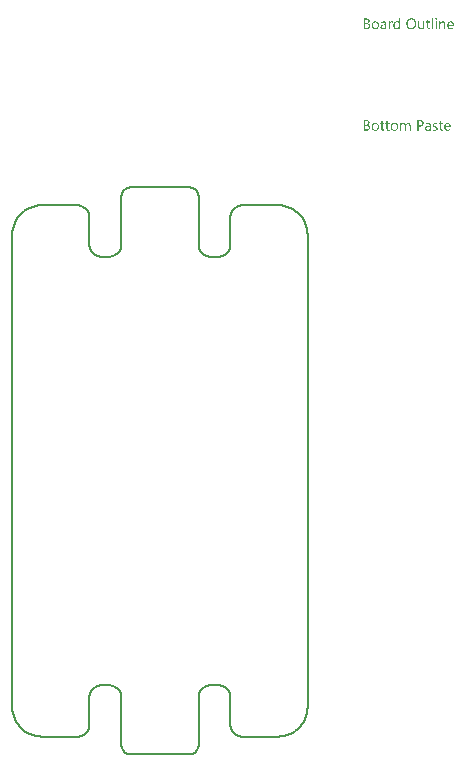
<source format=gbp>
G04*
G04 #@! TF.GenerationSoftware,Altium Limited,Altium Designer,21.9.2 (33)*
G04*
G04 Layer_Color=128*
%FSLAX44Y44*%
%MOMM*%
G71*
G04*
G04 #@! TF.SameCoordinates,2EA8CFF5-2370-4CCC-882B-FB9061A37F0A*
G04*
G04*
G04 #@! TF.FilePolarity,Positive*
G04*
G01*
G75*
%ADD12C,0.2000*%
G36*
X564991Y274449D02*
X565054Y274449D01*
X565195Y274386D01*
X565274Y274339D01*
X565353Y274276D01*
X565368Y274261D01*
X565384Y274245D01*
X565463Y274151D01*
X565526Y273993D01*
X565541Y273899D01*
X565557Y273805D01*
X565557Y273789D01*
X565557Y273757D01*
X565541Y273710D01*
X565526Y273647D01*
X565478Y273490D01*
X565416Y273412D01*
X565353Y273333D01*
X565337Y273333D01*
X565321Y273302D01*
X565227Y273239D01*
X565085Y273176D01*
X564991Y273160D01*
X564897Y273144D01*
X564850Y273144D01*
X564802Y273160D01*
X564739Y273160D01*
X564582Y273223D01*
X564504Y273254D01*
X564425Y273317D01*
X564425Y273333D01*
X564394Y273349D01*
X564362Y273396D01*
X564331Y273443D01*
X564268Y273600D01*
X564252Y273694D01*
X564236Y273805D01*
X564236Y273820D01*
X564236Y273852D01*
X564252Y273899D01*
X564268Y273978D01*
X564315Y274119D01*
X564362Y274198D01*
X564425Y274276D01*
X564441Y274292D01*
X564456Y274308D01*
X564551Y274371D01*
X564708Y274433D01*
X564802Y274465D01*
X564944Y274465D01*
X564991Y274449D01*
X564991Y274449D02*
G37*
G36*
X534536Y265141D02*
X533514Y265141D01*
X533514Y266211D01*
X533483Y266211D01*
X533483Y266195D01*
X533451Y266163D01*
X533404Y266101D01*
X533357Y266022D01*
X533279Y265928D01*
X533184Y265833D01*
X533074Y265723D01*
X532948Y265613D01*
X532807Y265487D01*
X532634Y265377D01*
X532461Y265283D01*
X532257Y265189D01*
X532052Y265110D01*
X531816Y265047D01*
X531565Y265016D01*
X531297Y265000D01*
X531188Y265000D01*
X531093Y265016D01*
X530999Y265031D01*
X530873Y265047D01*
X530606Y265110D01*
X530291Y265204D01*
X529977Y265361D01*
X529804Y265456D01*
X529662Y265566D01*
X529505Y265707D01*
X529364Y265849D01*
X529364Y265865D01*
X529332Y265896D01*
X529301Y265943D01*
X529254Y266006D01*
X529206Y266085D01*
X529143Y266195D01*
X529081Y266321D01*
X529018Y266462D01*
X528939Y266619D01*
X528876Y266792D01*
X528813Y266981D01*
X528766Y267185D01*
X528719Y267405D01*
X528688Y267657D01*
X528672Y267909D01*
X528656Y268176D01*
X528656Y268192D01*
X528656Y268239D01*
X528656Y268333D01*
X528672Y268443D01*
X528688Y268569D01*
X528703Y268726D01*
X528719Y268899D01*
X528750Y269088D01*
X528845Y269497D01*
X528986Y269921D01*
X529081Y270126D01*
X529191Y270330D01*
X529301Y270519D01*
X529442Y270707D01*
X529458Y270723D01*
X529474Y270754D01*
X529521Y270802D01*
X529584Y270865D01*
X529662Y270927D01*
X529772Y271006D01*
X529883Y271100D01*
X530008Y271195D01*
X530323Y271368D01*
X530684Y271525D01*
X530889Y271572D01*
X531109Y271619D01*
X531329Y271651D01*
X531581Y271666D01*
X531706Y271666D01*
X531801Y271651D01*
X531895Y271635D01*
X532021Y271619D01*
X532304Y271541D01*
X532618Y271415D01*
X532775Y271336D01*
X532933Y271226D01*
X533090Y271116D01*
X533231Y270975D01*
X533357Y270817D01*
X533483Y270629D01*
X533514Y270629D01*
X533514Y274591D01*
X534536Y274591D01*
X534536Y265141D01*
X534536Y265141D02*
G37*
G36*
X570777Y271651D02*
X570966Y271635D01*
X571202Y271588D01*
X571453Y271509D01*
X571720Y271383D01*
X571988Y271210D01*
X572098Y271116D01*
X572208Y270990D01*
X572239Y270959D01*
X572302Y270865D01*
X572381Y270707D01*
X572491Y270487D01*
X572585Y270220D01*
X572679Y269890D01*
X572742Y269497D01*
X572758Y269041D01*
X572758Y265141D01*
X571736Y265141D01*
X571736Y268773D01*
X571736Y268789D01*
X571736Y268868D01*
X571720Y268962D01*
X571720Y269088D01*
X571689Y269245D01*
X571657Y269418D01*
X571610Y269607D01*
X571547Y269795D01*
X571469Y269984D01*
X571374Y270157D01*
X571249Y270330D01*
X571107Y270487D01*
X570950Y270613D01*
X570746Y270707D01*
X570525Y270786D01*
X570258Y270802D01*
X570227Y270802D01*
X570132Y270786D01*
X569991Y270770D01*
X569818Y270723D01*
X569613Y270660D01*
X569393Y270550D01*
X569189Y270408D01*
X568985Y270220D01*
X568969Y270188D01*
X568906Y270126D01*
X568827Y270000D01*
X568733Y269827D01*
X568639Y269622D01*
X568560Y269371D01*
X568497Y269088D01*
X568481Y268773D01*
X568481Y265141D01*
X567459Y265141D01*
X567459Y271525D01*
X568481Y271525D01*
X568481Y270456D01*
X568513Y270456D01*
X568529Y270471D01*
X568544Y270503D01*
X568591Y270566D01*
X568654Y270644D01*
X568717Y270739D01*
X568812Y270833D01*
X568922Y270943D01*
X569048Y271069D01*
X569189Y271179D01*
X569346Y271289D01*
X569519Y271383D01*
X569708Y271478D01*
X569897Y271556D01*
X570117Y271619D01*
X570353Y271651D01*
X570604Y271666D01*
X570698Y271666D01*
X570777Y271651D01*
X570777Y271651D02*
G37*
G36*
X527603Y271619D02*
X527791Y271603D01*
X527901Y271572D01*
X527980Y271541D01*
X527980Y270487D01*
X527964Y270503D01*
X527933Y270519D01*
X527870Y270550D01*
X527791Y270597D01*
X527681Y270629D01*
X527540Y270660D01*
X527383Y270676D01*
X527210Y270692D01*
X527178Y270692D01*
X527100Y270676D01*
X526974Y270660D01*
X526832Y270613D01*
X526644Y270534D01*
X526471Y270424D01*
X526282Y270267D01*
X526109Y270063D01*
X526093Y270031D01*
X526046Y269953D01*
X525968Y269811D01*
X525889Y269622D01*
X525810Y269387D01*
X525732Y269088D01*
X525685Y268758D01*
X525669Y268380D01*
X525669Y265141D01*
X524647Y265141D01*
X524647Y271525D01*
X525669Y271525D01*
X525669Y270204D01*
X525700Y270204D01*
X525700Y270220D01*
X525716Y270236D01*
X525747Y270314D01*
X525795Y270440D01*
X525873Y270597D01*
X525952Y270754D01*
X526078Y270927D01*
X526203Y271100D01*
X526361Y271257D01*
X526376Y271273D01*
X526439Y271320D01*
X526534Y271383D01*
X526659Y271446D01*
X526801Y271509D01*
X526974Y271572D01*
X527163Y271619D01*
X527367Y271635D01*
X527508Y271635D01*
X527603Y271619D01*
X527603Y271619D02*
G37*
G36*
X554881Y265141D02*
X553859Y265141D01*
X553859Y266148D01*
X553828Y266148D01*
X553828Y266132D01*
X553797Y266101D01*
X553765Y266038D01*
X553702Y265975D01*
X553561Y265786D01*
X553341Y265582D01*
X553215Y265472D01*
X553073Y265361D01*
X552916Y265267D01*
X552727Y265173D01*
X552539Y265110D01*
X552334Y265047D01*
X552099Y265016D01*
X551863Y265000D01*
X551768Y265000D01*
X551658Y265016D01*
X551501Y265047D01*
X551328Y265079D01*
X551139Y265141D01*
X550935Y265220D01*
X550731Y265346D01*
X550510Y265487D01*
X550306Y265660D01*
X550117Y265880D01*
X549944Y266148D01*
X549787Y266446D01*
X549677Y266808D01*
X549614Y267232D01*
X549583Y267453D01*
X549583Y267704D01*
X549583Y271525D01*
X550589Y271525D01*
X550589Y267861D01*
X550589Y267846D01*
X550589Y267783D01*
X550605Y267673D01*
X550621Y267547D01*
X550636Y267390D01*
X550668Y267232D01*
X550715Y267044D01*
X550778Y266855D01*
X550872Y266667D01*
X550966Y266494D01*
X551092Y266321D01*
X551250Y266163D01*
X551422Y266038D01*
X551627Y265943D01*
X551878Y265865D01*
X552146Y265849D01*
X552177Y265849D01*
X552271Y265865D01*
X552413Y265880D01*
X552570Y265912D01*
X552775Y265991D01*
X552979Y266085D01*
X553183Y266211D01*
X553372Y266399D01*
X553388Y266431D01*
X553451Y266494D01*
X553529Y266619D01*
X553624Y266792D01*
X553702Y266997D01*
X553781Y267248D01*
X553844Y267531D01*
X553859Y267846D01*
X553859Y271525D01*
X554881Y271525D01*
X554881Y265141D01*
X554881Y265141D02*
G37*
G36*
X565384Y265141D02*
X564362Y265141D01*
X564362Y271525D01*
X565384Y271525D01*
X565384Y265141D01*
X565384Y265141D02*
G37*
G36*
X562287Y265141D02*
X561265Y265141D01*
X561265Y274591D01*
X562287Y274591D01*
X562287Y265141D01*
X562287Y265141D02*
G37*
G36*
X520685Y271651D02*
X520826Y271635D01*
X520999Y271588D01*
X521188Y271541D01*
X521392Y271462D01*
X521612Y271368D01*
X521817Y271242D01*
X522021Y271085D01*
X522210Y270896D01*
X522383Y270660D01*
X522524Y270393D01*
X522634Y270078D01*
X522697Y269717D01*
X522729Y269292D01*
X522729Y265141D01*
X521707Y265141D01*
X521707Y266132D01*
X521675Y266132D01*
X521675Y266116D01*
X521644Y266085D01*
X521612Y266022D01*
X521549Y265959D01*
X521392Y265770D01*
X521188Y265566D01*
X520905Y265361D01*
X520575Y265173D01*
X520370Y265110D01*
X520166Y265047D01*
X519946Y265016D01*
X519710Y265000D01*
X519616Y265000D01*
X519553Y265016D01*
X519380Y265031D01*
X519175Y265063D01*
X518924Y265126D01*
X518688Y265204D01*
X518436Y265330D01*
X518216Y265487D01*
X518201Y265519D01*
X518138Y265582D01*
X518043Y265692D01*
X517949Y265849D01*
X517855Y266038D01*
X517760Y266258D01*
X517697Y266525D01*
X517682Y266824D01*
X517682Y266840D01*
X517682Y266902D01*
X517697Y266997D01*
X517713Y267107D01*
X517745Y267248D01*
X517792Y267405D01*
X517855Y267578D01*
X517949Y267751D01*
X518059Y267940D01*
X518201Y268129D01*
X518373Y268302D01*
X518578Y268459D01*
X518814Y268616D01*
X519097Y268742D01*
X519411Y268836D01*
X519789Y268915D01*
X521707Y269182D01*
X521707Y269198D01*
X521707Y269245D01*
X521691Y269339D01*
X521691Y269434D01*
X521660Y269559D01*
X521644Y269701D01*
X521549Y270000D01*
X521471Y270141D01*
X521392Y270283D01*
X521282Y270424D01*
X521156Y270550D01*
X520999Y270660D01*
X520826Y270739D01*
X520622Y270786D01*
X520386Y270802D01*
X520276Y270802D01*
X520197Y270786D01*
X520087Y270786D01*
X519977Y270754D01*
X519694Y270707D01*
X519380Y270613D01*
X519034Y270471D01*
X518845Y270377D01*
X518672Y270283D01*
X518484Y270157D01*
X518311Y270015D01*
X518311Y271069D01*
X518326Y271069D01*
X518358Y271100D01*
X518405Y271132D01*
X518484Y271163D01*
X518562Y271210D01*
X518672Y271257D01*
X518798Y271305D01*
X518940Y271368D01*
X519254Y271478D01*
X519631Y271572D01*
X520040Y271635D01*
X520480Y271666D01*
X520575Y271666D01*
X520685Y271651D01*
X520685Y271651D02*
G37*
G36*
X506236Y274056D02*
X506346Y274056D01*
X506456Y274040D01*
X506707Y274009D01*
X507006Y273930D01*
X507321Y273836D01*
X507619Y273694D01*
X507887Y273506D01*
X507902Y273506D01*
X507918Y273474D01*
X507997Y273412D01*
X508107Y273286D01*
X508232Y273113D01*
X508343Y272893D01*
X508453Y272641D01*
X508531Y272358D01*
X508563Y272201D01*
X508563Y272028D01*
X508563Y272012D01*
X508563Y271996D01*
X508563Y271902D01*
X508547Y271761D01*
X508516Y271588D01*
X508468Y271368D01*
X508390Y271147D01*
X508295Y270927D01*
X508154Y270707D01*
X508138Y270676D01*
X508075Y270613D01*
X507981Y270519D01*
X507855Y270393D01*
X507698Y270267D01*
X507509Y270126D01*
X507273Y270015D01*
X507022Y269905D01*
X507022Y269890D01*
X507069Y269890D01*
X507116Y269874D01*
X507163Y269858D01*
X507336Y269827D01*
X507541Y269764D01*
X507761Y269669D01*
X507997Y269559D01*
X508232Y269402D01*
X508453Y269198D01*
X508484Y269166D01*
X508547Y269088D01*
X508625Y268978D01*
X508736Y268805D01*
X508830Y268585D01*
X508924Y268333D01*
X508987Y268034D01*
X509003Y267704D01*
X509003Y267689D01*
X509003Y267657D01*
X509003Y267594D01*
X508987Y267516D01*
X508971Y267421D01*
X508956Y267311D01*
X508893Y267044D01*
X508798Y266745D01*
X508657Y266431D01*
X508563Y266289D01*
X508453Y266132D01*
X508311Y265991D01*
X508170Y265849D01*
X508154Y265849D01*
X508138Y265818D01*
X508091Y265786D01*
X508028Y265739D01*
X507949Y265692D01*
X507839Y265629D01*
X507604Y265503D01*
X507305Y265361D01*
X506959Y265252D01*
X506550Y265173D01*
X506346Y265157D01*
X506110Y265141D01*
X503500Y265141D01*
X503500Y274072D01*
X506157Y274072D01*
X506236Y274056D01*
X506236Y274056D02*
G37*
G36*
X558293Y271525D02*
X559913Y271525D01*
X559913Y270644D01*
X558293Y270644D01*
X558293Y267044D01*
X558293Y267012D01*
X558293Y266934D01*
X558309Y266824D01*
X558325Y266682D01*
X558388Y266383D01*
X558435Y266242D01*
X558513Y266132D01*
X558529Y266116D01*
X558560Y266085D01*
X558608Y266053D01*
X558686Y266006D01*
X558781Y265943D01*
X558906Y265912D01*
X559064Y265880D01*
X559237Y265865D01*
X559300Y265865D01*
X559378Y265880D01*
X559472Y265896D01*
X559692Y265959D01*
X559803Y266006D01*
X559913Y266069D01*
X559913Y265189D01*
X559897Y265189D01*
X559850Y265157D01*
X559771Y265141D01*
X559661Y265110D01*
X559520Y265079D01*
X559362Y265047D01*
X559174Y265031D01*
X558954Y265016D01*
X558875Y265016D01*
X558796Y265031D01*
X558686Y265047D01*
X558560Y265079D01*
X558419Y265110D01*
X558278Y265173D01*
X558120Y265252D01*
X557963Y265346D01*
X557806Y265472D01*
X557664Y265613D01*
X557538Y265802D01*
X557429Y266006D01*
X557350Y266258D01*
X557287Y266541D01*
X557271Y266871D01*
X557271Y270644D01*
X556186Y270644D01*
X556186Y271525D01*
X557271Y271525D01*
X557271Y273081D01*
X558293Y273412D01*
X558293Y271525D01*
X558293Y271525D02*
G37*
G36*
X577412Y271651D02*
X577522Y271635D01*
X577632Y271619D01*
X577915Y271572D01*
X578229Y271462D01*
X578544Y271320D01*
X578701Y271226D01*
X578858Y271116D01*
X579000Y270990D01*
X579141Y270849D01*
X579157Y270833D01*
X579173Y270817D01*
X579204Y270770D01*
X579251Y270707D01*
X579299Y270613D01*
X579361Y270519D01*
X579424Y270408D01*
X579487Y270267D01*
X579550Y270110D01*
X579613Y269953D01*
X579676Y269764D01*
X579723Y269559D01*
X579770Y269339D01*
X579802Y269119D01*
X579833Y268868D01*
X579833Y268600D01*
X579833Y268066D01*
X575321Y268066D01*
X575321Y268050D01*
X575321Y268019D01*
X575321Y267971D01*
X575336Y267893D01*
X575352Y267799D01*
X575352Y267704D01*
X575399Y267453D01*
X575478Y267201D01*
X575572Y266918D01*
X575714Y266651D01*
X575887Y266415D01*
X575918Y266383D01*
X575981Y266321D01*
X576107Y266242D01*
X576280Y266132D01*
X576500Y266022D01*
X576752Y265943D01*
X577050Y265880D01*
X577396Y265849D01*
X577506Y265849D01*
X577585Y265865D01*
X577679Y265865D01*
X577789Y265880D01*
X578056Y265943D01*
X578355Y266022D01*
X578685Y266148D01*
X579031Y266321D01*
X579204Y266431D01*
X579377Y266556D01*
X579377Y265597D01*
X579361Y265597D01*
X579346Y265566D01*
X579299Y265550D01*
X579220Y265503D01*
X579141Y265456D01*
X579047Y265409D01*
X578921Y265361D01*
X578796Y265299D01*
X578638Y265236D01*
X578465Y265189D01*
X578088Y265094D01*
X577648Y265031D01*
X577160Y265000D01*
X577035Y265000D01*
X576940Y265016D01*
X576830Y265031D01*
X576689Y265047D01*
X576390Y265110D01*
X576044Y265204D01*
X575698Y265361D01*
X575525Y265472D01*
X575352Y265582D01*
X575195Y265707D01*
X575038Y265865D01*
X575022Y265880D01*
X575006Y265912D01*
X574975Y265959D01*
X574912Y266022D01*
X574865Y266116D01*
X574802Y266226D01*
X574723Y266352D01*
X574660Y266494D01*
X574582Y266651D01*
X574519Y266840D01*
X574440Y267044D01*
X574393Y267264D01*
X574346Y267500D01*
X574299Y267751D01*
X574283Y268019D01*
X574267Y268302D01*
X574267Y268317D01*
X574267Y268365D01*
X574267Y268443D01*
X574283Y268553D01*
X574299Y268679D01*
X574314Y268820D01*
X574330Y268993D01*
X574377Y269166D01*
X574472Y269544D01*
X574613Y269953D01*
X574708Y270157D01*
X574833Y270346D01*
X574959Y270550D01*
X575101Y270723D01*
X575116Y270739D01*
X575148Y270770D01*
X575195Y270817D01*
X575258Y270865D01*
X575336Y270943D01*
X575431Y271022D01*
X575557Y271100D01*
X575682Y271195D01*
X575981Y271368D01*
X576343Y271525D01*
X576547Y271572D01*
X576752Y271619D01*
X576972Y271651D01*
X577207Y271666D01*
X577333Y271666D01*
X577412Y271651D01*
X577412Y271651D02*
G37*
G36*
X544284Y274213D02*
X544442Y274198D01*
X544630Y274166D01*
X544835Y274119D01*
X545055Y274072D01*
X545275Y274009D01*
X545527Y273930D01*
X545762Y273820D01*
X546014Y273694D01*
X546265Y273553D01*
X546501Y273380D01*
X546737Y273191D01*
X546957Y272971D01*
X546973Y272956D01*
X547004Y272908D01*
X547067Y272845D01*
X547130Y272751D01*
X547225Y272625D01*
X547319Y272468D01*
X547413Y272295D01*
X547523Y272106D01*
X547633Y271871D01*
X547728Y271635D01*
X547822Y271368D01*
X547916Y271069D01*
X547979Y270770D01*
X548042Y270440D01*
X548074Y270078D01*
X548089Y269717D01*
X548089Y269685D01*
X548089Y269622D01*
X548089Y269512D01*
X548074Y269355D01*
X548058Y269166D01*
X548026Y268962D01*
X547995Y268726D01*
X547948Y268459D01*
X547885Y268192D01*
X547806Y267909D01*
X547712Y267626D01*
X547602Y267343D01*
X547460Y267044D01*
X547303Y266777D01*
X547130Y266509D01*
X546926Y266258D01*
X546910Y266242D01*
X546879Y266211D01*
X546800Y266148D01*
X546721Y266069D01*
X546596Y265959D01*
X546454Y265865D01*
X546297Y265739D01*
X546108Y265629D01*
X545904Y265519D01*
X545668Y265393D01*
X545416Y265299D01*
X545133Y265204D01*
X544835Y265110D01*
X544520Y265047D01*
X544190Y265016D01*
X543828Y265000D01*
X543750Y265000D01*
X543640Y265016D01*
X543514Y265016D01*
X543357Y265031D01*
X543168Y265063D01*
X542964Y265110D01*
X542728Y265157D01*
X542492Y265220D01*
X542240Y265299D01*
X541989Y265409D01*
X541737Y265519D01*
X541486Y265660D01*
X541234Y265833D01*
X540998Y266022D01*
X540778Y266242D01*
X540762Y266258D01*
X540731Y266305D01*
X540668Y266368D01*
X540605Y266462D01*
X540511Y266588D01*
X540417Y266745D01*
X540322Y266918D01*
X540212Y267122D01*
X540102Y267343D01*
X540008Y267578D01*
X539913Y267846D01*
X539819Y268144D01*
X539756Y268443D01*
X539693Y268773D01*
X539662Y269135D01*
X539646Y269497D01*
X539646Y269528D01*
X539646Y269591D01*
X539662Y269701D01*
X539662Y269858D01*
X539678Y270031D01*
X539709Y270251D01*
X539741Y270487D01*
X539788Y270739D01*
X539851Y271006D01*
X539929Y271289D01*
X540024Y271572D01*
X540134Y271855D01*
X540275Y272138D01*
X540432Y272421D01*
X540605Y272688D01*
X540810Y272940D01*
X540825Y272956D01*
X540857Y273003D01*
X540936Y273066D01*
X541030Y273144D01*
X541140Y273239D01*
X541281Y273349D01*
X541454Y273459D01*
X541643Y273584D01*
X541863Y273710D01*
X542099Y273820D01*
X542351Y273930D01*
X542634Y274025D01*
X542948Y274103D01*
X543278Y274182D01*
X543624Y274213D01*
X543986Y274229D01*
X544159Y274229D01*
X544284Y274213D01*
X544284Y274213D02*
G37*
G36*
X513735Y271651D02*
X513845Y271635D01*
X513987Y271619D01*
X514301Y271556D01*
X514663Y271446D01*
X515025Y271289D01*
X515213Y271195D01*
X515386Y271085D01*
X515559Y270943D01*
X515716Y270786D01*
X515732Y270770D01*
X515748Y270739D01*
X515795Y270692D01*
X515842Y270629D01*
X515905Y270534D01*
X515968Y270424D01*
X516047Y270298D01*
X516125Y270157D01*
X516188Y269984D01*
X516267Y269811D01*
X516330Y269607D01*
X516393Y269387D01*
X516440Y269151D01*
X516487Y268899D01*
X516502Y268632D01*
X516518Y268349D01*
X516518Y268333D01*
X516518Y268286D01*
X516518Y268207D01*
X516502Y268097D01*
X516487Y267971D01*
X516471Y267814D01*
X516440Y267657D01*
X516408Y267468D01*
X516314Y267091D01*
X516157Y266682D01*
X516062Y266478D01*
X515937Y266273D01*
X515811Y266085D01*
X515653Y265912D01*
X515638Y265896D01*
X515606Y265880D01*
X515559Y265833D01*
X515496Y265770D01*
X515402Y265707D01*
X515308Y265629D01*
X515182Y265534D01*
X515040Y265456D01*
X514883Y265377D01*
X514710Y265283D01*
X514521Y265204D01*
X514317Y265141D01*
X514097Y265079D01*
X513861Y265047D01*
X513610Y265016D01*
X513342Y265000D01*
X513201Y265000D01*
X513106Y265016D01*
X512996Y265031D01*
X512855Y265047D01*
X512698Y265079D01*
X512525Y265110D01*
X512163Y265220D01*
X511786Y265377D01*
X511597Y265472D01*
X511424Y265597D01*
X511251Y265723D01*
X511078Y265880D01*
X511063Y265896D01*
X511047Y265928D01*
X511000Y265975D01*
X510952Y266038D01*
X510890Y266132D01*
X510811Y266242D01*
X510732Y266368D01*
X510670Y266509D01*
X510591Y266682D01*
X510512Y266855D01*
X510434Y267044D01*
X510371Y267264D01*
X510276Y267736D01*
X510261Y267987D01*
X510245Y268255D01*
X510245Y268270D01*
X510245Y268333D01*
X510245Y268412D01*
X510261Y268522D01*
X510276Y268648D01*
X510292Y268805D01*
X510324Y268978D01*
X510355Y269166D01*
X510449Y269575D01*
X510607Y269984D01*
X510717Y270188D01*
X510827Y270393D01*
X510952Y270581D01*
X511110Y270754D01*
X511125Y270770D01*
X511157Y270802D01*
X511204Y270833D01*
X511267Y270896D01*
X511361Y270959D01*
X511471Y271037D01*
X511597Y271132D01*
X511739Y271210D01*
X511896Y271289D01*
X512085Y271383D01*
X512273Y271462D01*
X512493Y271525D01*
X512713Y271588D01*
X512965Y271635D01*
X513232Y271651D01*
X513499Y271666D01*
X513641Y271666D01*
X513735Y271651D01*
X513735Y271651D02*
G37*
G36*
X564787Y185651D02*
X564991Y185635D01*
X565211Y185603D01*
X565463Y185541D01*
X565714Y185478D01*
X565966Y185383D01*
X565966Y184346D01*
X565934Y184361D01*
X565840Y184424D01*
X565699Y184487D01*
X565510Y184581D01*
X565274Y184660D01*
X564991Y184739D01*
X564677Y184786D01*
X564346Y184802D01*
X564174Y184802D01*
X564016Y184770D01*
X563828Y184739D01*
X563812Y184739D01*
X563796Y184723D01*
X563702Y184692D01*
X563576Y184629D01*
X563434Y184550D01*
X563403Y184534D01*
X563340Y184471D01*
X563262Y184377D01*
X563183Y184267D01*
X563167Y184235D01*
X563136Y184157D01*
X563104Y184047D01*
X563089Y183905D01*
X563089Y183890D01*
X563089Y183858D01*
X563089Y183811D01*
X563104Y183764D01*
X563136Y183622D01*
X563183Y183481D01*
X563199Y183449D01*
X563246Y183386D01*
X563340Y183292D01*
X563450Y183182D01*
X563466Y183182D01*
X563482Y183166D01*
X563576Y183104D01*
X563702Y183025D01*
X563875Y182946D01*
X563890Y182946D01*
X563922Y182931D01*
X563969Y182915D01*
X564048Y182883D01*
X564221Y182820D01*
X564441Y182726D01*
X564456Y182726D01*
X564519Y182695D01*
X564598Y182663D01*
X564692Y182632D01*
X564944Y182522D01*
X565195Y182396D01*
X565211Y182396D01*
X565258Y182365D01*
X565321Y182333D01*
X565400Y182286D01*
X565588Y182160D01*
X565777Y182003D01*
X565793Y181987D01*
X565824Y181971D01*
X565856Y181924D01*
X565919Y181861D01*
X566029Y181704D01*
X566139Y181500D01*
X566139Y181484D01*
X566155Y181453D01*
X566186Y181390D01*
X566202Y181311D01*
X566233Y181217D01*
X566249Y181107D01*
X566265Y180840D01*
X566265Y180824D01*
X566265Y180761D01*
X566249Y180667D01*
X566233Y180557D01*
X566217Y180431D01*
X566170Y180289D01*
X566123Y180163D01*
X566045Y180022D01*
X566029Y180006D01*
X566013Y179959D01*
X565966Y179896D01*
X565903Y179818D01*
X565824Y179723D01*
X565730Y179629D01*
X565494Y179440D01*
X565478Y179424D01*
X565431Y179409D01*
X565368Y179361D01*
X565258Y179314D01*
X565148Y179251D01*
X565007Y179204D01*
X564865Y179157D01*
X564692Y179110D01*
X564677Y179110D01*
X564614Y179094D01*
X564519Y179079D01*
X564409Y179063D01*
X564252Y179031D01*
X564095Y179016D01*
X563733Y179000D01*
X563576Y179000D01*
X563387Y179016D01*
X563152Y179047D01*
X562884Y179094D01*
X562601Y179157D01*
X562318Y179236D01*
X562035Y179361D01*
X562035Y180462D01*
X562051Y180462D01*
X562067Y180431D01*
X562114Y180399D01*
X562177Y180368D01*
X562350Y180273D01*
X562585Y180163D01*
X562853Y180038D01*
X563167Y179943D01*
X563513Y179880D01*
X563875Y179849D01*
X564001Y179849D01*
X564079Y179865D01*
X564299Y179896D01*
X564551Y179959D01*
X564787Y180069D01*
X564897Y180148D01*
X565007Y180226D01*
X565085Y180336D01*
X565148Y180446D01*
X565195Y180588D01*
X565211Y180745D01*
X565211Y180761D01*
X565211Y180792D01*
X565211Y180840D01*
X565195Y180887D01*
X565164Y181028D01*
X565101Y181170D01*
X565101Y181185D01*
X565085Y181201D01*
X565023Y181280D01*
X564928Y181390D01*
X564787Y181484D01*
X564771Y181484D01*
X564755Y181516D01*
X564661Y181563D01*
X564519Y181657D01*
X564331Y181736D01*
X564315Y181736D01*
X564283Y181751D01*
X564236Y181783D01*
X564158Y181814D01*
X563985Y181877D01*
X563765Y181971D01*
X563749Y181971D01*
X563686Y182003D01*
X563607Y182034D01*
X563513Y182066D01*
X563262Y182176D01*
X563010Y182302D01*
X562994Y182317D01*
X562963Y182333D01*
X562900Y182365D01*
X562821Y182412D01*
X562648Y182537D01*
X562475Y182679D01*
X562460Y182695D01*
X562444Y182710D01*
X562397Y182758D01*
X562350Y182820D01*
X562240Y182978D01*
X562145Y183166D01*
X562145Y183182D01*
X562130Y183214D01*
X562114Y183277D01*
X562098Y183355D01*
X562082Y183449D01*
X562067Y183559D01*
X562051Y183827D01*
X562051Y183843D01*
X562051Y183905D01*
X562067Y183984D01*
X562082Y184094D01*
X562098Y184220D01*
X562145Y184346D01*
X562192Y184487D01*
X562255Y184613D01*
X562271Y184629D01*
X562287Y184676D01*
X562334Y184739D01*
X562397Y184817D01*
X562570Y185006D01*
X562790Y185195D01*
X562806Y185210D01*
X562853Y185226D01*
X562916Y185273D01*
X563026Y185320D01*
X563136Y185383D01*
X563262Y185446D01*
X563576Y185541D01*
X563592Y185541D01*
X563655Y185556D01*
X563733Y185588D01*
X563859Y185603D01*
X563985Y185635D01*
X564142Y185651D01*
X564488Y185666D01*
X564629Y185666D01*
X564787Y185651D01*
X564787Y185651D02*
G37*
G36*
X541439Y185651D02*
X541580Y185619D01*
X541737Y185588D01*
X541910Y185525D01*
X542115Y185446D01*
X542303Y185336D01*
X542508Y185210D01*
X542696Y185037D01*
X542869Y184817D01*
X543027Y184566D01*
X543168Y184283D01*
X543262Y183921D01*
X543341Y183528D01*
X543357Y183072D01*
X543357Y179141D01*
X542335Y179141D01*
X542335Y182805D01*
X542335Y182820D01*
X542335Y182852D01*
X542335Y182899D01*
X542335Y182978D01*
X542319Y183166D01*
X542288Y183386D01*
X542256Y183638D01*
X542193Y183890D01*
X542115Y184125D01*
X542005Y184330D01*
X541989Y184346D01*
X541942Y184408D01*
X541863Y184487D01*
X541737Y184566D01*
X541596Y184660D01*
X541407Y184723D01*
X541171Y184786D01*
X540904Y184802D01*
X540873Y184802D01*
X540794Y184786D01*
X540668Y184770D01*
X540511Y184723D01*
X540338Y184660D01*
X540149Y184550D01*
X539961Y184408D01*
X539788Y184204D01*
X539772Y184173D01*
X539725Y184094D01*
X539646Y183968D01*
X539568Y183795D01*
X539473Y183591D01*
X539410Y183355D01*
X539347Y183072D01*
X539332Y182773D01*
X539332Y179141D01*
X538310Y179141D01*
X538310Y182931D01*
X538310Y182946D01*
X538310Y183009D01*
X538294Y183104D01*
X538294Y183229D01*
X538263Y183371D01*
X538231Y183528D01*
X538184Y183685D01*
X538137Y183874D01*
X538058Y184047D01*
X537964Y184204D01*
X537838Y184361D01*
X537697Y184503D01*
X537539Y184629D01*
X537335Y184723D01*
X537115Y184786D01*
X536863Y184802D01*
X536832Y184802D01*
X536753Y184786D01*
X536628Y184770D01*
X536470Y184739D01*
X536297Y184660D01*
X536109Y184566D01*
X535920Y184424D01*
X535747Y184235D01*
X535731Y184204D01*
X535684Y184141D01*
X535606Y184015D01*
X535527Y183843D01*
X535448Y183638D01*
X535370Y183386D01*
X535322Y183104D01*
X535307Y182773D01*
X535307Y179141D01*
X534285Y179141D01*
X534285Y185525D01*
X535307Y185525D01*
X535307Y184503D01*
X535338Y184503D01*
X535354Y184519D01*
X535370Y184550D01*
X535417Y184613D01*
X535464Y184692D01*
X535621Y184865D01*
X535841Y185085D01*
X536124Y185305D01*
X536455Y185478D01*
X536659Y185556D01*
X536863Y185619D01*
X537083Y185651D01*
X537319Y185666D01*
X537429Y185666D01*
X537555Y185651D01*
X537712Y185619D01*
X537885Y185572D01*
X538074Y185509D01*
X538263Y185431D01*
X538451Y185305D01*
X538467Y185289D01*
X538530Y185242D01*
X538609Y185163D01*
X538719Y185053D01*
X538829Y184912D01*
X538939Y184754D01*
X539049Y184566D01*
X539127Y184346D01*
X539143Y184361D01*
X539159Y184408D01*
X539206Y184471D01*
X539253Y184550D01*
X539332Y184660D01*
X539426Y184770D01*
X539536Y184880D01*
X539662Y185006D01*
X539803Y185132D01*
X539961Y185242D01*
X540134Y185368D01*
X540322Y185462D01*
X540527Y185541D01*
X540747Y185603D01*
X540998Y185651D01*
X541250Y185666D01*
X541344Y185666D01*
X541439Y185651D01*
X541439Y185651D02*
G37*
G36*
X558450Y185651D02*
X558592Y185635D01*
X558765Y185588D01*
X558954Y185541D01*
X559158Y185462D01*
X559378Y185368D01*
X559582Y185242D01*
X559787Y185085D01*
X559976Y184896D01*
X560149Y184660D01*
X560290Y184393D01*
X560400Y184078D01*
X560463Y183717D01*
X560494Y183292D01*
X560494Y179141D01*
X559472Y179141D01*
X559472Y180132D01*
X559441Y180132D01*
X559441Y180116D01*
X559409Y180085D01*
X559378Y180022D01*
X559315Y179959D01*
X559158Y179770D01*
X558954Y179566D01*
X558671Y179361D01*
X558340Y179173D01*
X558136Y179110D01*
X557932Y179047D01*
X557711Y179016D01*
X557476Y179000D01*
X557381Y179000D01*
X557318Y179016D01*
X557146Y179031D01*
X556941Y179063D01*
X556689Y179126D01*
X556454Y179204D01*
X556202Y179330D01*
X555982Y179487D01*
X555966Y179519D01*
X555903Y179582D01*
X555809Y179692D01*
X555715Y179849D01*
X555620Y180038D01*
X555526Y180258D01*
X555463Y180525D01*
X555447Y180824D01*
X555447Y180840D01*
X555447Y180902D01*
X555463Y180997D01*
X555479Y181107D01*
X555510Y181248D01*
X555558Y181406D01*
X555620Y181578D01*
X555715Y181751D01*
X555825Y181940D01*
X555966Y182129D01*
X556139Y182302D01*
X556344Y182459D01*
X556580Y182616D01*
X556862Y182742D01*
X557177Y182836D01*
X557554Y182915D01*
X559472Y183182D01*
X559472Y183198D01*
X559472Y183245D01*
X559457Y183339D01*
X559457Y183434D01*
X559425Y183559D01*
X559409Y183701D01*
X559315Y184000D01*
X559237Y184141D01*
X559158Y184283D01*
X559048Y184424D01*
X558922Y184550D01*
X558765Y184660D01*
X558592Y184739D01*
X558388Y184786D01*
X558152Y184802D01*
X558042Y184802D01*
X557963Y184786D01*
X557853Y184786D01*
X557743Y184754D01*
X557460Y184707D01*
X557146Y184613D01*
X556800Y184471D01*
X556611Y184377D01*
X556438Y184283D01*
X556249Y184157D01*
X556076Y184015D01*
X556076Y185069D01*
X556092Y185069D01*
X556124Y185100D01*
X556171Y185132D01*
X556249Y185163D01*
X556328Y185210D01*
X556438Y185257D01*
X556564Y185305D01*
X556705Y185368D01*
X557020Y185478D01*
X557397Y185572D01*
X557806Y185635D01*
X558246Y185666D01*
X558340Y185666D01*
X558450Y185651D01*
X558450Y185651D02*
G37*
G36*
X551595Y188056D02*
X551721Y188056D01*
X551847Y188040D01*
X552177Y187978D01*
X552523Y187899D01*
X552900Y187773D01*
X553262Y187600D01*
X553419Y187490D01*
X553576Y187364D01*
X553592Y187364D01*
X553608Y187333D01*
X553655Y187286D01*
X553702Y187239D01*
X553828Y187081D01*
X553985Y186861D01*
X554127Y186578D01*
X554253Y186248D01*
X554347Y185855D01*
X554363Y185635D01*
X554378Y185399D01*
X554378Y185383D01*
X554378Y185336D01*
X554378Y185273D01*
X554363Y185195D01*
X554347Y185085D01*
X554331Y184959D01*
X554268Y184660D01*
X554158Y184330D01*
X554001Y183984D01*
X553907Y183811D01*
X553797Y183638D01*
X553655Y183465D01*
X553498Y183308D01*
X553482Y183292D01*
X553451Y183277D01*
X553404Y183229D01*
X553341Y183182D01*
X553246Y183119D01*
X553136Y183056D01*
X553010Y182978D01*
X552869Y182915D01*
X552712Y182836D01*
X552539Y182758D01*
X552334Y182695D01*
X552130Y182632D01*
X551658Y182537D01*
X551407Y182522D01*
X551139Y182506D01*
X549960Y182506D01*
X549960Y179141D01*
X548907Y179141D01*
X548907Y188072D01*
X551501Y188072D01*
X551595Y188056D01*
X551595Y188056D02*
G37*
G36*
X506236Y188056D02*
X506346Y188056D01*
X506456Y188040D01*
X506707Y188009D01*
X507006Y187930D01*
X507321Y187836D01*
X507619Y187694D01*
X507887Y187506D01*
X507902Y187506D01*
X507918Y187474D01*
X507997Y187411D01*
X508107Y187286D01*
X508232Y187113D01*
X508343Y186893D01*
X508453Y186641D01*
X508531Y186358D01*
X508563Y186201D01*
X508563Y186028D01*
X508563Y186012D01*
X508563Y185996D01*
X508563Y185902D01*
X508547Y185761D01*
X508516Y185588D01*
X508468Y185368D01*
X508390Y185147D01*
X508295Y184927D01*
X508154Y184707D01*
X508138Y184676D01*
X508075Y184613D01*
X507981Y184519D01*
X507855Y184393D01*
X507698Y184267D01*
X507509Y184125D01*
X507273Y184015D01*
X507022Y183905D01*
X507022Y183890D01*
X507069Y183890D01*
X507116Y183874D01*
X507163Y183858D01*
X507336Y183827D01*
X507541Y183764D01*
X507761Y183669D01*
X507997Y183559D01*
X508232Y183402D01*
X508453Y183198D01*
X508484Y183166D01*
X508547Y183088D01*
X508625Y182978D01*
X508736Y182805D01*
X508830Y182585D01*
X508924Y182333D01*
X508987Y182034D01*
X509003Y181704D01*
X509003Y181688D01*
X509003Y181657D01*
X509003Y181594D01*
X508987Y181516D01*
X508971Y181421D01*
X508956Y181311D01*
X508893Y181044D01*
X508798Y180745D01*
X508657Y180431D01*
X508563Y180289D01*
X508453Y180132D01*
X508311Y179990D01*
X508170Y179849D01*
X508154Y179849D01*
X508138Y179818D01*
X508091Y179786D01*
X508028Y179739D01*
X507949Y179692D01*
X507839Y179629D01*
X507604Y179503D01*
X507305Y179361D01*
X506959Y179251D01*
X506550Y179173D01*
X506346Y179157D01*
X506110Y179141D01*
X503500Y179141D01*
X503500Y188072D01*
X506157Y188072D01*
X506236Y188056D01*
X506236Y188056D02*
G37*
G36*
X569189Y185525D02*
X570808Y185525D01*
X570808Y184644D01*
X569189Y184644D01*
X569189Y181044D01*
X569189Y181012D01*
X569189Y180934D01*
X569205Y180824D01*
X569220Y180682D01*
X569283Y180383D01*
X569330Y180242D01*
X569409Y180132D01*
X569425Y180116D01*
X569456Y180085D01*
X569503Y180053D01*
X569582Y180006D01*
X569676Y179943D01*
X569802Y179912D01*
X569959Y179880D01*
X570132Y179865D01*
X570195Y179865D01*
X570274Y179880D01*
X570368Y179896D01*
X570588Y179959D01*
X570698Y180006D01*
X570808Y180069D01*
X570808Y179189D01*
X570793Y179189D01*
X570746Y179157D01*
X570667Y179141D01*
X570557Y179110D01*
X570415Y179079D01*
X570258Y179047D01*
X570069Y179031D01*
X569849Y179016D01*
X569771Y179016D01*
X569692Y179031D01*
X569582Y179047D01*
X569456Y179079D01*
X569315Y179110D01*
X569173Y179173D01*
X569016Y179251D01*
X568859Y179346D01*
X568702Y179472D01*
X568560Y179613D01*
X568434Y179802D01*
X568324Y180006D01*
X568246Y180258D01*
X568183Y180541D01*
X568167Y180871D01*
X568167Y184644D01*
X567082Y184644D01*
X567082Y185525D01*
X568167Y185525D01*
X568167Y187081D01*
X569189Y187411D01*
X569189Y185525D01*
X569189Y185525D02*
G37*
G36*
X523829Y185525D02*
X525449Y185525D01*
X525449Y184644D01*
X523829Y184644D01*
X523829Y181044D01*
X523829Y181012D01*
X523829Y180934D01*
X523845Y180824D01*
X523861Y180682D01*
X523924Y180383D01*
X523971Y180242D01*
X524049Y180132D01*
X524065Y180116D01*
X524097Y180085D01*
X524144Y180053D01*
X524222Y180006D01*
X524317Y179943D01*
X524442Y179912D01*
X524600Y179880D01*
X524773Y179865D01*
X524836Y179865D01*
X524914Y179880D01*
X525009Y179896D01*
X525229Y179959D01*
X525339Y180006D01*
X525449Y180069D01*
X525449Y179189D01*
X525433Y179189D01*
X525386Y179157D01*
X525307Y179141D01*
X525197Y179110D01*
X525056Y179079D01*
X524898Y179047D01*
X524710Y179031D01*
X524490Y179016D01*
X524411Y179016D01*
X524332Y179031D01*
X524222Y179047D01*
X524097Y179079D01*
X523955Y179110D01*
X523814Y179173D01*
X523656Y179251D01*
X523499Y179346D01*
X523342Y179472D01*
X523200Y179613D01*
X523075Y179802D01*
X522965Y180006D01*
X522886Y180258D01*
X522823Y180541D01*
X522807Y180871D01*
X522807Y184644D01*
X521722Y184644D01*
X521722Y185525D01*
X522807Y185525D01*
X522807Y187081D01*
X523829Y187411D01*
X523829Y185525D01*
X523829Y185525D02*
G37*
G36*
X519506Y185525D02*
X521125Y185525D01*
X521125Y184644D01*
X519506Y184644D01*
X519506Y181044D01*
X519506Y181012D01*
X519506Y180934D01*
X519521Y180824D01*
X519537Y180682D01*
X519600Y180383D01*
X519647Y180242D01*
X519726Y180132D01*
X519741Y180116D01*
X519773Y180085D01*
X519820Y180053D01*
X519899Y180006D01*
X519993Y179943D01*
X520119Y179912D01*
X520276Y179880D01*
X520449Y179865D01*
X520512Y179865D01*
X520590Y179880D01*
X520685Y179896D01*
X520905Y179959D01*
X521015Y180006D01*
X521125Y180069D01*
X521125Y179189D01*
X521109Y179189D01*
X521062Y179157D01*
X520984Y179141D01*
X520873Y179110D01*
X520732Y179079D01*
X520575Y179047D01*
X520386Y179031D01*
X520166Y179016D01*
X520087Y179016D01*
X520009Y179031D01*
X519899Y179047D01*
X519773Y179079D01*
X519631Y179110D01*
X519490Y179173D01*
X519333Y179251D01*
X519175Y179346D01*
X519018Y179472D01*
X518877Y179613D01*
X518751Y179802D01*
X518641Y180006D01*
X518562Y180258D01*
X518499Y180541D01*
X518484Y180871D01*
X518484Y184644D01*
X517399Y184644D01*
X517399Y185525D01*
X518484Y185525D01*
X518484Y187081D01*
X519506Y187411D01*
X519506Y185525D01*
X519506Y185525D02*
G37*
G36*
X574881Y185651D02*
X574991Y185635D01*
X575101Y185619D01*
X575384Y185572D01*
X575698Y185462D01*
X576013Y185320D01*
X576170Y185226D01*
X576327Y185116D01*
X576469Y184990D01*
X576610Y184849D01*
X576626Y184833D01*
X576642Y184817D01*
X576673Y184770D01*
X576720Y184707D01*
X576767Y184613D01*
X576830Y184519D01*
X576893Y184408D01*
X576956Y184267D01*
X577019Y184110D01*
X577082Y183953D01*
X577145Y183764D01*
X577192Y183559D01*
X577239Y183339D01*
X577270Y183119D01*
X577302Y182868D01*
X577302Y182600D01*
X577302Y182066D01*
X572789Y182066D01*
X572789Y182050D01*
X572789Y182019D01*
X572789Y181971D01*
X572805Y181893D01*
X572821Y181798D01*
X572821Y181704D01*
X572868Y181453D01*
X572947Y181201D01*
X573041Y180918D01*
X573182Y180651D01*
X573355Y180415D01*
X573387Y180383D01*
X573450Y180321D01*
X573576Y180242D01*
X573749Y180132D01*
X573969Y180022D01*
X574220Y179943D01*
X574519Y179880D01*
X574865Y179849D01*
X574975Y179849D01*
X575053Y179865D01*
X575148Y179865D01*
X575258Y179880D01*
X575525Y179943D01*
X575824Y180022D01*
X576154Y180148D01*
X576500Y180321D01*
X576673Y180431D01*
X576846Y180557D01*
X576846Y179597D01*
X576830Y179597D01*
X576814Y179566D01*
X576767Y179550D01*
X576689Y179503D01*
X576610Y179456D01*
X576516Y179409D01*
X576390Y179361D01*
X576264Y179299D01*
X576107Y179236D01*
X575934Y179189D01*
X575557Y179094D01*
X575116Y179031D01*
X574629Y179000D01*
X574503Y179000D01*
X574409Y179016D01*
X574299Y179031D01*
X574157Y179047D01*
X573859Y179110D01*
X573513Y179204D01*
X573167Y179361D01*
X572994Y179472D01*
X572821Y179582D01*
X572664Y179707D01*
X572506Y179865D01*
X572491Y179880D01*
X572475Y179912D01*
X572444Y179959D01*
X572381Y180022D01*
X572333Y180116D01*
X572271Y180226D01*
X572192Y180352D01*
X572129Y180494D01*
X572051Y180651D01*
X571988Y180840D01*
X571909Y181044D01*
X571862Y181264D01*
X571815Y181500D01*
X571768Y181751D01*
X571752Y182019D01*
X571736Y182302D01*
X571736Y182317D01*
X571736Y182365D01*
X571736Y182443D01*
X571752Y182553D01*
X571768Y182679D01*
X571783Y182820D01*
X571799Y182994D01*
X571846Y183166D01*
X571940Y183544D01*
X572082Y183953D01*
X572176Y184157D01*
X572302Y184346D01*
X572428Y184550D01*
X572569Y184723D01*
X572585Y184739D01*
X572617Y184770D01*
X572664Y184817D01*
X572727Y184865D01*
X572805Y184943D01*
X572900Y185022D01*
X573025Y185100D01*
X573151Y185195D01*
X573450Y185368D01*
X573811Y185525D01*
X574016Y185572D01*
X574220Y185619D01*
X574440Y185651D01*
X574676Y185666D01*
X574802Y185666D01*
X574881Y185651D01*
X574881Y185651D02*
G37*
G36*
X529867Y185651D02*
X529977Y185635D01*
X530118Y185619D01*
X530433Y185556D01*
X530794Y185446D01*
X531156Y185289D01*
X531345Y185195D01*
X531518Y185085D01*
X531691Y184943D01*
X531848Y184786D01*
X531864Y184770D01*
X531879Y184739D01*
X531926Y184692D01*
X531974Y184629D01*
X532037Y184534D01*
X532099Y184424D01*
X532178Y184298D01*
X532257Y184157D01*
X532319Y183984D01*
X532398Y183811D01*
X532461Y183607D01*
X532524Y183386D01*
X532571Y183151D01*
X532618Y182899D01*
X532634Y182632D01*
X532650Y182349D01*
X532650Y182333D01*
X532650Y182286D01*
X532650Y182207D01*
X532634Y182097D01*
X532618Y181971D01*
X532603Y181814D01*
X532571Y181657D01*
X532540Y181468D01*
X532445Y181091D01*
X532288Y180682D01*
X532194Y180478D01*
X532068Y180273D01*
X531942Y180085D01*
X531785Y179912D01*
X531769Y179896D01*
X531738Y179880D01*
X531691Y179833D01*
X531628Y179770D01*
X531533Y179707D01*
X531439Y179629D01*
X531313Y179534D01*
X531172Y179456D01*
X531015Y179377D01*
X530842Y179283D01*
X530653Y179204D01*
X530448Y179141D01*
X530228Y179079D01*
X529992Y179047D01*
X529741Y179016D01*
X529474Y179000D01*
X529332Y179000D01*
X529238Y179016D01*
X529128Y179031D01*
X528986Y179047D01*
X528829Y179079D01*
X528656Y179110D01*
X528294Y179220D01*
X527917Y179377D01*
X527729Y179472D01*
X527556Y179597D01*
X527383Y179723D01*
X527210Y179880D01*
X527194Y179896D01*
X527178Y179928D01*
X527131Y179975D01*
X527084Y180038D01*
X527021Y180132D01*
X526942Y180242D01*
X526864Y180368D01*
X526801Y180509D01*
X526722Y180682D01*
X526644Y180855D01*
X526565Y181044D01*
X526502Y181264D01*
X526408Y181736D01*
X526392Y181987D01*
X526376Y182255D01*
X526376Y182270D01*
X526376Y182333D01*
X526376Y182412D01*
X526392Y182522D01*
X526408Y182648D01*
X526423Y182805D01*
X526455Y182978D01*
X526486Y183166D01*
X526581Y183575D01*
X526738Y183984D01*
X526848Y184188D01*
X526958Y184393D01*
X527084Y184581D01*
X527241Y184754D01*
X527257Y184770D01*
X527288Y184802D01*
X527335Y184833D01*
X527398Y184896D01*
X527493Y184959D01*
X527603Y185037D01*
X527729Y185132D01*
X527870Y185210D01*
X528027Y185289D01*
X528216Y185383D01*
X528405Y185462D01*
X528625Y185525D01*
X528845Y185588D01*
X529096Y185635D01*
X529364Y185651D01*
X529631Y185666D01*
X529772Y185666D01*
X529867Y185651D01*
X529867Y185651D02*
G37*
G36*
X513735Y185651D02*
X513845Y185635D01*
X513987Y185619D01*
X514301Y185556D01*
X514663Y185446D01*
X515025Y185289D01*
X515213Y185195D01*
X515386Y185085D01*
X515559Y184943D01*
X515716Y184786D01*
X515732Y184770D01*
X515748Y184739D01*
X515795Y184692D01*
X515842Y184629D01*
X515905Y184534D01*
X515968Y184424D01*
X516047Y184298D01*
X516125Y184157D01*
X516188Y183984D01*
X516267Y183811D01*
X516330Y183607D01*
X516393Y183386D01*
X516440Y183151D01*
X516487Y182899D01*
X516502Y182632D01*
X516518Y182349D01*
X516518Y182333D01*
X516518Y182286D01*
X516518Y182207D01*
X516502Y182097D01*
X516487Y181971D01*
X516471Y181814D01*
X516440Y181657D01*
X516408Y181468D01*
X516314Y181091D01*
X516157Y180682D01*
X516062Y180478D01*
X515937Y180273D01*
X515811Y180085D01*
X515653Y179912D01*
X515638Y179896D01*
X515606Y179880D01*
X515559Y179833D01*
X515496Y179770D01*
X515402Y179707D01*
X515308Y179629D01*
X515182Y179534D01*
X515040Y179456D01*
X514883Y179377D01*
X514710Y179283D01*
X514521Y179204D01*
X514317Y179141D01*
X514097Y179079D01*
X513861Y179047D01*
X513610Y179016D01*
X513342Y179000D01*
X513201Y179000D01*
X513106Y179016D01*
X512996Y179031D01*
X512855Y179047D01*
X512698Y179079D01*
X512525Y179110D01*
X512163Y179220D01*
X511786Y179377D01*
X511597Y179472D01*
X511424Y179597D01*
X511251Y179723D01*
X511078Y179880D01*
X511063Y179896D01*
X511047Y179928D01*
X511000Y179975D01*
X510952Y180038D01*
X510890Y180132D01*
X510811Y180242D01*
X510732Y180368D01*
X510670Y180509D01*
X510591Y180682D01*
X510512Y180855D01*
X510434Y181044D01*
X510371Y181264D01*
X510276Y181736D01*
X510261Y181987D01*
X510245Y182255D01*
X510245Y182270D01*
X510245Y182333D01*
X510245Y182412D01*
X510261Y182522D01*
X510276Y182648D01*
X510292Y182805D01*
X510324Y182978D01*
X510355Y183166D01*
X510449Y183575D01*
X510607Y183984D01*
X510717Y184188D01*
X510827Y184393D01*
X510952Y184581D01*
X511110Y184754D01*
X511125Y184770D01*
X511157Y184802D01*
X511204Y184833D01*
X511267Y184896D01*
X511361Y184959D01*
X511471Y185037D01*
X511597Y185132D01*
X511739Y185210D01*
X511896Y185289D01*
X512085Y185383D01*
X512273Y185462D01*
X512493Y185525D01*
X512713Y185588D01*
X512965Y185635D01*
X513232Y185651D01*
X513499Y185666D01*
X513641Y185666D01*
X513735Y185651D01*
X513735Y185651D02*
G37*
%LPC*%
G36*
X531706Y270802D02*
X531612Y270802D01*
X531549Y270786D01*
X531376Y270770D01*
X531172Y270723D01*
X530936Y270629D01*
X530684Y270503D01*
X530448Y270346D01*
X530338Y270236D01*
X530228Y270110D01*
X530213Y270078D01*
X530150Y269984D01*
X530055Y269827D01*
X529961Y269622D01*
X529867Y269355D01*
X529772Y269025D01*
X529710Y268648D01*
X529694Y268223D01*
X529694Y268207D01*
X529694Y268176D01*
X529694Y268113D01*
X529710Y268034D01*
X529710Y267956D01*
X529725Y267846D01*
X529757Y267594D01*
X529820Y267311D01*
X529914Y267028D01*
X530040Y266745D01*
X530213Y266478D01*
X530244Y266446D01*
X530307Y266383D01*
X530417Y266273D01*
X530574Y266163D01*
X530779Y266053D01*
X531015Y265943D01*
X531282Y265880D01*
X531596Y265849D01*
X531675Y265849D01*
X531738Y265865D01*
X531895Y265880D01*
X532084Y265928D01*
X532304Y266006D01*
X532540Y266101D01*
X532760Y266258D01*
X532980Y266462D01*
X532996Y266494D01*
X533058Y266572D01*
X533153Y266714D01*
X533247Y266887D01*
X533341Y267107D01*
X533436Y267374D01*
X533499Y267689D01*
X533514Y268019D01*
X533514Y268962D01*
X533514Y268978D01*
X533514Y268993D01*
X533514Y269088D01*
X533483Y269229D01*
X533451Y269418D01*
X533389Y269622D01*
X533294Y269842D01*
X533168Y270063D01*
X532996Y270267D01*
X532980Y270283D01*
X532901Y270346D01*
X532791Y270440D01*
X532650Y270534D01*
X532461Y270629D01*
X532241Y270723D01*
X531989Y270786D01*
X531706Y270802D01*
X531706Y270802D02*
G37*
G36*
X521707Y268365D02*
X520166Y268144D01*
X520135Y268144D01*
X520056Y268129D01*
X519930Y268097D01*
X519773Y268066D01*
X519600Y268019D01*
X519411Y267956D01*
X519254Y267893D01*
X519097Y267799D01*
X519081Y267783D01*
X519034Y267751D01*
X518987Y267689D01*
X518924Y267594D01*
X518845Y267468D01*
X518798Y267311D01*
X518751Y267122D01*
X518735Y266902D01*
X518735Y266887D01*
X518735Y266824D01*
X518751Y266745D01*
X518782Y266635D01*
X518814Y266509D01*
X518877Y266383D01*
X518955Y266258D01*
X519065Y266132D01*
X519081Y266116D01*
X519128Y266085D01*
X519207Y266038D01*
X519301Y265991D01*
X519427Y265943D01*
X519584Y265896D01*
X519757Y265865D01*
X519962Y265849D01*
X519993Y265849D01*
X520087Y265865D01*
X520229Y265880D01*
X520402Y265912D01*
X520590Y265975D01*
X520811Y266069D01*
X521015Y266211D01*
X521204Y266383D01*
X521219Y266415D01*
X521282Y266478D01*
X521361Y266588D01*
X521455Y266745D01*
X521549Y266950D01*
X521628Y267170D01*
X521691Y267437D01*
X521707Y267720D01*
X521707Y268365D01*
X521707Y268365D02*
G37*
G36*
X505748Y273129D02*
X504553Y273129D01*
X504553Y270236D01*
X505764Y270236D01*
X505921Y270251D01*
X506110Y270283D01*
X506330Y270330D01*
X506566Y270408D01*
X506770Y270503D01*
X506975Y270644D01*
X506990Y270660D01*
X507053Y270723D01*
X507132Y270817D01*
X507226Y270959D01*
X507305Y271116D01*
X507383Y271320D01*
X507446Y271556D01*
X507462Y271824D01*
X507462Y271839D01*
X507462Y271886D01*
X507446Y271949D01*
X507431Y272028D01*
X507368Y272232D01*
X507321Y272358D01*
X507242Y272484D01*
X507163Y272594D01*
X507038Y272720D01*
X506912Y272830D01*
X506739Y272924D01*
X506550Y273003D01*
X506314Y273066D01*
X506047Y273113D01*
X505748Y273129D01*
X505748Y273129D02*
G37*
G36*
X505748Y269292D02*
X504553Y269292D01*
X504553Y266085D01*
X506126Y266085D01*
X506283Y266101D01*
X506503Y266132D01*
X506723Y266195D01*
X506959Y266258D01*
X507195Y266368D01*
X507399Y266509D01*
X507415Y266525D01*
X507478Y266588D01*
X507556Y266682D01*
X507651Y266824D01*
X507745Y266997D01*
X507824Y267201D01*
X507887Y267453D01*
X507902Y267720D01*
X507902Y267736D01*
X507902Y267783D01*
X507887Y267861D01*
X507871Y267971D01*
X507839Y268082D01*
X507792Y268223D01*
X507729Y268365D01*
X507635Y268506D01*
X507525Y268648D01*
X507383Y268789D01*
X507211Y268931D01*
X506990Y269041D01*
X506754Y269151D01*
X506456Y269229D01*
X506126Y269277D01*
X505748Y269292D01*
X505748Y269292D02*
G37*
G36*
X577192Y270802D02*
X577066Y270802D01*
X576940Y270770D01*
X576767Y270739D01*
X576579Y270676D01*
X576358Y270581D01*
X576154Y270456D01*
X575950Y270283D01*
X575934Y270267D01*
X575871Y270188D01*
X575793Y270078D01*
X575682Y269921D01*
X575572Y269732D01*
X575478Y269497D01*
X575399Y269229D01*
X575336Y268931D01*
X578780Y268931D01*
X578780Y268946D01*
X578780Y268978D01*
X578780Y269009D01*
X578780Y269072D01*
X578764Y269245D01*
X578733Y269434D01*
X578670Y269669D01*
X578607Y269890D01*
X578497Y270110D01*
X578355Y270314D01*
X578340Y270330D01*
X578277Y270393D01*
X578182Y270471D01*
X578056Y270566D01*
X577884Y270644D01*
X577679Y270723D01*
X577459Y270786D01*
X577192Y270802D01*
X577192Y270802D02*
G37*
G36*
X543907Y273270D02*
X543765Y273270D01*
X543671Y273254D01*
X543545Y273239D01*
X543420Y273223D01*
X543262Y273191D01*
X543089Y273144D01*
X542728Y273018D01*
X542539Y272940D01*
X542335Y272845D01*
X542146Y272720D01*
X541957Y272578D01*
X541785Y272421D01*
X541612Y272248D01*
X541596Y272232D01*
X541580Y272201D01*
X541533Y272138D01*
X541470Y272059D01*
X541407Y271965D01*
X541344Y271839D01*
X541266Y271698D01*
X541187Y271541D01*
X541093Y271352D01*
X541014Y271163D01*
X540951Y270943D01*
X540888Y270707D01*
X540825Y270456D01*
X540778Y270173D01*
X540762Y269890D01*
X540747Y269591D01*
X540747Y269575D01*
X540747Y269512D01*
X540747Y269434D01*
X540762Y269324D01*
X540778Y269182D01*
X540794Y269009D01*
X540825Y268836D01*
X540857Y268648D01*
X540951Y268223D01*
X541108Y267767D01*
X541203Y267547D01*
X541313Y267343D01*
X541454Y267122D01*
X541596Y266934D01*
X541612Y266918D01*
X541643Y266887D01*
X541690Y266840D01*
X541753Y266777D01*
X541832Y266698D01*
X541942Y266619D01*
X542067Y266525D01*
X542193Y266431D01*
X542351Y266336D01*
X542523Y266242D01*
X542901Y266085D01*
X543121Y266022D01*
X543341Y265975D01*
X543577Y265943D01*
X543828Y265928D01*
X543970Y265928D01*
X544080Y265943D01*
X544190Y265959D01*
X544347Y265975D01*
X544505Y266006D01*
X544677Y266053D01*
X545039Y266163D01*
X545243Y266242D01*
X545432Y266336D01*
X545621Y266446D01*
X545810Y266572D01*
X545982Y266714D01*
X546155Y266887D01*
X546171Y266902D01*
X546187Y266934D01*
X546234Y266981D01*
X546281Y267060D01*
X546360Y267170D01*
X546423Y267280D01*
X546501Y267421D01*
X546580Y267578D01*
X546659Y267767D01*
X546737Y267971D01*
X546816Y268192D01*
X546879Y268428D01*
X546926Y268679D01*
X546973Y268962D01*
X546989Y269261D01*
X547004Y269575D01*
X547004Y269591D01*
X547004Y269654D01*
X547004Y269748D01*
X546989Y269858D01*
X546973Y270015D01*
X546957Y270188D01*
X546941Y270377D01*
X546894Y270581D01*
X546800Y271006D01*
X546659Y271462D01*
X546564Y271682D01*
X546454Y271902D01*
X546313Y272106D01*
X546171Y272295D01*
X546155Y272311D01*
X546140Y272342D01*
X546092Y272390D01*
X546014Y272452D01*
X545935Y272515D01*
X545841Y272610D01*
X545715Y272688D01*
X545589Y272783D01*
X545432Y272877D01*
X545259Y272956D01*
X545070Y273050D01*
X544866Y273113D01*
X544646Y273176D01*
X544426Y273223D01*
X544174Y273254D01*
X543907Y273270D01*
X543907Y273270D02*
G37*
G36*
X513421Y270802D02*
X513327Y270802D01*
X513264Y270786D01*
X513075Y270770D01*
X512855Y270723D01*
X512603Y270644D01*
X512336Y270519D01*
X512085Y270346D01*
X511959Y270251D01*
X511849Y270126D01*
X511817Y270094D01*
X511754Y270000D01*
X511676Y269858D01*
X511566Y269654D01*
X511456Y269387D01*
X511377Y269072D01*
X511314Y268710D01*
X511283Y268286D01*
X511283Y268270D01*
X511283Y268239D01*
X511283Y268176D01*
X511298Y268097D01*
X511298Y268003D01*
X511314Y267893D01*
X511361Y267641D01*
X511424Y267358D01*
X511534Y267060D01*
X511676Y266761D01*
X511864Y266494D01*
X511896Y266462D01*
X511974Y266399D01*
X512100Y266289D01*
X512273Y266179D01*
X512493Y266053D01*
X512761Y265943D01*
X513075Y265880D01*
X513421Y265849D01*
X513515Y265849D01*
X513578Y265865D01*
X513767Y265880D01*
X513987Y265928D01*
X514223Y266006D01*
X514490Y266116D01*
X514726Y266273D01*
X514946Y266478D01*
X514962Y266509D01*
X515025Y266604D01*
X515119Y266745D01*
X515213Y266950D01*
X515308Y267217D01*
X515402Y267531D01*
X515465Y267893D01*
X515481Y268317D01*
X515481Y268333D01*
X515481Y268365D01*
X515481Y268428D01*
X515481Y268522D01*
X515465Y268616D01*
X515449Y268726D01*
X515418Y268993D01*
X515355Y269292D01*
X515261Y269591D01*
X515119Y269890D01*
X514946Y270157D01*
X514915Y270188D01*
X514852Y270251D01*
X514726Y270361D01*
X514553Y270487D01*
X514333Y270597D01*
X514081Y270707D01*
X513767Y270770D01*
X513421Y270802D01*
X513421Y270802D02*
G37*
G36*
X559472Y182365D02*
X557932Y182144D01*
X557900Y182144D01*
X557822Y182129D01*
X557696Y182097D01*
X557538Y182066D01*
X557366Y182019D01*
X557177Y181956D01*
X557020Y181893D01*
X556862Y181798D01*
X556847Y181783D01*
X556800Y181751D01*
X556752Y181688D01*
X556689Y181594D01*
X556611Y181468D01*
X556564Y181311D01*
X556517Y181122D01*
X556501Y180902D01*
X556501Y180887D01*
X556501Y180824D01*
X556517Y180745D01*
X556548Y180635D01*
X556580Y180509D01*
X556642Y180383D01*
X556721Y180258D01*
X556831Y180132D01*
X556847Y180116D01*
X556894Y180085D01*
X556973Y180038D01*
X557067Y179990D01*
X557193Y179943D01*
X557350Y179896D01*
X557523Y179865D01*
X557727Y179849D01*
X557759Y179849D01*
X557853Y179865D01*
X557994Y179880D01*
X558167Y179912D01*
X558356Y179975D01*
X558576Y180069D01*
X558781Y180211D01*
X558969Y180383D01*
X558985Y180415D01*
X559048Y180478D01*
X559127Y180588D01*
X559221Y180745D01*
X559315Y180949D01*
X559394Y181170D01*
X559457Y181437D01*
X559472Y181720D01*
X559472Y182365D01*
X559472Y182365D02*
G37*
G36*
X551187Y187129D02*
X549960Y187129D01*
X549960Y183465D01*
X551155Y183465D01*
X551218Y183481D01*
X551312Y183481D01*
X551422Y183497D01*
X551658Y183528D01*
X551926Y183591D01*
X552193Y183669D01*
X552460Y183795D01*
X552696Y183953D01*
X552727Y183984D01*
X552790Y184047D01*
X552885Y184157D01*
X552995Y184314D01*
X553089Y184519D01*
X553183Y184754D01*
X553246Y185037D01*
X553278Y185352D01*
X553278Y185368D01*
X553278Y185431D01*
X553262Y185509D01*
X553246Y185635D01*
X553215Y185761D01*
X553168Y185918D01*
X553105Y186075D01*
X553010Y186248D01*
X552900Y186405D01*
X552775Y186562D01*
X552602Y186720D01*
X552397Y186845D01*
X552161Y186971D01*
X551878Y187050D01*
X551548Y187113D01*
X551187Y187129D01*
X551187Y187129D02*
G37*
G36*
X505748Y187129D02*
X504553Y187129D01*
X504553Y184235D01*
X505764Y184235D01*
X505921Y184251D01*
X506110Y184283D01*
X506330Y184330D01*
X506566Y184408D01*
X506770Y184503D01*
X506975Y184644D01*
X506990Y184660D01*
X507053Y184723D01*
X507132Y184817D01*
X507226Y184959D01*
X507305Y185116D01*
X507383Y185320D01*
X507446Y185556D01*
X507462Y185823D01*
X507462Y185839D01*
X507462Y185886D01*
X507446Y185949D01*
X507431Y186028D01*
X507368Y186232D01*
X507321Y186358D01*
X507242Y186484D01*
X507163Y186594D01*
X507038Y186720D01*
X506912Y186830D01*
X506739Y186924D01*
X506550Y187003D01*
X506314Y187066D01*
X506047Y187113D01*
X505748Y187129D01*
X505748Y187129D02*
G37*
G36*
X505748Y183292D02*
X504553Y183292D01*
X504553Y180085D01*
X506126Y180085D01*
X506283Y180100D01*
X506503Y180132D01*
X506723Y180195D01*
X506959Y180258D01*
X507195Y180368D01*
X507399Y180509D01*
X507415Y180525D01*
X507478Y180588D01*
X507556Y180682D01*
X507651Y180824D01*
X507745Y180997D01*
X507824Y181201D01*
X507887Y181453D01*
X507902Y181720D01*
X507902Y181736D01*
X507902Y181783D01*
X507887Y181861D01*
X507871Y181971D01*
X507839Y182082D01*
X507792Y182223D01*
X507729Y182365D01*
X507635Y182506D01*
X507525Y182648D01*
X507383Y182789D01*
X507211Y182931D01*
X506990Y183041D01*
X506754Y183151D01*
X506456Y183229D01*
X506126Y183277D01*
X505748Y183292D01*
X505748Y183292D02*
G37*
G36*
X574660Y184802D02*
X574535Y184802D01*
X574409Y184770D01*
X574236Y184739D01*
X574047Y184676D01*
X573827Y184581D01*
X573623Y184456D01*
X573418Y184283D01*
X573403Y184267D01*
X573340Y184188D01*
X573261Y184078D01*
X573151Y183921D01*
X573041Y183732D01*
X572947Y183497D01*
X572868Y183229D01*
X572805Y182931D01*
X576248Y182931D01*
X576248Y182946D01*
X576248Y182978D01*
X576248Y183009D01*
X576248Y183072D01*
X576233Y183245D01*
X576201Y183434D01*
X576138Y183669D01*
X576076Y183890D01*
X575965Y184110D01*
X575824Y184314D01*
X575808Y184330D01*
X575745Y184393D01*
X575651Y184471D01*
X575525Y184566D01*
X575352Y184644D01*
X575148Y184723D01*
X574928Y184786D01*
X574660Y184802D01*
X574660Y184802D02*
G37*
G36*
X529552Y184802D02*
X529458Y184802D01*
X529395Y184786D01*
X529206Y184770D01*
X528986Y184723D01*
X528735Y184644D01*
X528467Y184519D01*
X528216Y184346D01*
X528090Y184251D01*
X527980Y184125D01*
X527949Y184094D01*
X527886Y184000D01*
X527807Y183858D01*
X527697Y183654D01*
X527587Y183386D01*
X527508Y183072D01*
X527445Y182710D01*
X527414Y182286D01*
X527414Y182270D01*
X527414Y182239D01*
X527414Y182176D01*
X527430Y182097D01*
X527430Y182003D01*
X527445Y181893D01*
X527493Y181641D01*
X527556Y181358D01*
X527666Y181060D01*
X527807Y180761D01*
X527996Y180494D01*
X528027Y180462D01*
X528106Y180399D01*
X528232Y180289D01*
X528405Y180179D01*
X528625Y180053D01*
X528892Y179943D01*
X529206Y179880D01*
X529552Y179849D01*
X529647Y179849D01*
X529710Y179865D01*
X529898Y179880D01*
X530118Y179928D01*
X530354Y180006D01*
X530621Y180116D01*
X530857Y180273D01*
X531077Y180478D01*
X531093Y180509D01*
X531156Y180604D01*
X531250Y180745D01*
X531345Y180949D01*
X531439Y181217D01*
X531533Y181531D01*
X531596Y181893D01*
X531612Y182317D01*
X531612Y182333D01*
X531612Y182365D01*
X531612Y182427D01*
X531612Y182522D01*
X531596Y182616D01*
X531581Y182726D01*
X531549Y182994D01*
X531486Y183292D01*
X531392Y183591D01*
X531250Y183890D01*
X531077Y184157D01*
X531046Y184188D01*
X530983Y184251D01*
X530857Y184361D01*
X530684Y184487D01*
X530464Y184597D01*
X530213Y184707D01*
X529898Y184770D01*
X529552Y184802D01*
X529552Y184802D02*
G37*
G36*
X513421Y184802D02*
X513327Y184802D01*
X513264Y184786D01*
X513075Y184770D01*
X512855Y184723D01*
X512603Y184644D01*
X512336Y184519D01*
X512085Y184346D01*
X511959Y184251D01*
X511849Y184125D01*
X511817Y184094D01*
X511754Y184000D01*
X511676Y183858D01*
X511566Y183654D01*
X511456Y183386D01*
X511377Y183072D01*
X511314Y182710D01*
X511283Y182286D01*
X511283Y182270D01*
X511283Y182239D01*
X511283Y182176D01*
X511298Y182097D01*
X511298Y182003D01*
X511314Y181893D01*
X511361Y181641D01*
X511424Y181358D01*
X511534Y181060D01*
X511676Y180761D01*
X511864Y180494D01*
X511896Y180462D01*
X511974Y180399D01*
X512100Y180289D01*
X512273Y180179D01*
X512493Y180053D01*
X512761Y179943D01*
X513075Y179880D01*
X513421Y179849D01*
X513515Y179849D01*
X513578Y179865D01*
X513767Y179880D01*
X513987Y179928D01*
X514223Y180006D01*
X514490Y180116D01*
X514726Y180273D01*
X514946Y180478D01*
X514962Y180509D01*
X515025Y180604D01*
X515119Y180745D01*
X515213Y180949D01*
X515308Y181217D01*
X515402Y181531D01*
X515465Y181893D01*
X515481Y182317D01*
X515481Y182333D01*
X515481Y182365D01*
X515481Y182427D01*
X515481Y182522D01*
X515465Y182616D01*
X515449Y182726D01*
X515418Y182994D01*
X515355Y183292D01*
X515261Y183591D01*
X515119Y183890D01*
X514946Y184157D01*
X514915Y184188D01*
X514852Y184251D01*
X514726Y184361D01*
X514553Y184487D01*
X514333Y184597D01*
X514081Y184707D01*
X513767Y184770D01*
X513421Y184802D01*
X513421Y184802D02*
G37*
%LPD*%
D12*
X212421Y-325728D02*
X214272Y-327579D01*
X216305Y-329225D01*
X218500Y-330651D01*
X220832Y-331839D01*
X223275Y-332776D01*
X225802Y-333454D01*
X228387Y-333863D01*
X231000Y-334000D01*
X231035Y-333998D02*
X261336Y-333998D01*
X261330Y-334000D02*
X263918Y-333659D01*
X266330Y-332660D01*
X268401Y-331071D01*
X269990Y-329000D01*
X270989Y-326588D01*
X271330Y-324000D01*
X271336Y-323998D02*
X271336Y-300478D01*
X271330Y-300480D02*
X271671Y-297892D01*
X272670Y-295480D01*
X274259Y-293409D01*
X276330Y-291820D01*
X278742Y-290821D01*
X281330Y-290480D01*
X281336Y-290498D02*
X288336Y-290498D01*
X288330Y-290500D02*
X290918Y-290841D01*
X293330Y-291840D01*
X295401Y-293429D01*
X296990Y-295500D01*
X297989Y-297912D01*
X298330Y-300500D01*
X298336Y-300498D02*
X298336Y-340998D01*
X298330Y-341000D02*
X298722Y-343472D01*
X299858Y-345702D01*
X301628Y-347472D01*
X303858Y-348609D01*
X306330Y-349000D01*
X306336Y-348998D02*
X355736Y-348998D01*
X355730Y-349000D02*
X358202Y-348609D01*
X360432Y-347472D01*
X362202Y-345702D01*
X363339Y-343472D01*
X363730Y-341000D01*
X363736Y-340980D02*
X363736Y-300480D01*
X363730Y-300500D02*
X364071Y-297912D01*
X365070Y-295500D01*
X366659Y-293429D01*
X368730Y-291840D01*
X371142Y-290841D01*
X373730Y-290500D01*
X373436Y-290498D02*
X380736Y-290498D01*
X380730Y-290480D02*
X383318Y-290821D01*
X385730Y-291820D01*
X387801Y-293409D01*
X389390Y-295480D01*
X390389Y-297892D01*
X390730Y-300480D01*
X390736Y-300478D02*
X390736Y-323998D01*
X390730Y-324000D02*
X391071Y-326588D01*
X392070Y-329000D01*
X393659Y-331071D01*
X395730Y-332660D01*
X398142Y-333659D01*
X400730Y-334000D01*
X400735Y-333998D02*
X431036Y-333998D01*
X431000Y-334000D02*
X433613Y-333863D01*
X436198Y-333454D01*
X438725Y-332776D01*
X441168Y-331839D01*
X443500Y-330651D01*
X445695Y-329225D01*
X447728Y-327579D01*
X449579Y-325728D01*
X451225Y-323695D01*
X452651Y-321500D01*
X453839Y-319168D01*
X454776Y-316725D01*
X455454Y-314198D01*
X455863Y-311613D01*
X456000Y-309000D01*
X456000Y-309000D02*
X456000Y91000D01*
X456000Y91000D02*
X455863Y93613D01*
X455454Y96198D01*
X454776Y98725D01*
X453839Y101168D01*
X452651Y103500D01*
X451225Y105695D01*
X449579Y107728D01*
X447728Y109579D01*
X445695Y111225D01*
X443500Y112651D01*
X441168Y113839D01*
X438725Y114776D01*
X436198Y115454D01*
X433613Y115863D01*
X431000Y116000D01*
X431000Y116000D02*
X400700Y116000D01*
X400700Y116000D02*
X398112Y115659D01*
X395700Y114660D01*
X393629Y113071D01*
X392040Y111000D01*
X391041Y108588D01*
X390700Y106000D01*
X390700Y106000D02*
X390700Y82480D01*
X390700Y82480D02*
X390359Y79892D01*
X389360Y77480D01*
X387771Y75409D01*
X385700Y73820D01*
X383288Y72821D01*
X380700Y72480D01*
X380700Y72500D02*
X373700Y72500D01*
X373700Y72500D02*
X371112Y72841D01*
X368700Y73840D01*
X366629Y75429D01*
X365040Y77500D01*
X364041Y79912D01*
X363700Y82500D01*
X363700Y82500D02*
X363700Y123000D01*
X363700Y123000D02*
X363308Y125472D01*
X362172Y127702D01*
X360402Y129472D01*
X358172Y130609D01*
X355700Y131000D01*
X355700Y131000D02*
X306300Y131000D01*
X306300Y131000D02*
X303828Y130609D01*
X301598Y129472D01*
X299828Y127702D01*
X298692Y125472D01*
X298300Y123000D01*
X298300Y122982D02*
X298300Y82482D01*
X298300Y82500D02*
X297959Y79912D01*
X296960Y77500D01*
X295371Y75429D01*
X293300Y73840D01*
X290888Y72841D01*
X288300Y72500D01*
X288600Y72500D02*
X281300Y72500D01*
X281300Y72480D02*
X278712Y72821D01*
X276300Y73820D01*
X274229Y75409D01*
X272640Y77480D01*
X271641Y79892D01*
X271300Y82480D01*
X271300Y82480D02*
X271300Y106000D01*
X271300Y106000D02*
X270959Y108588D01*
X269960Y111000D01*
X268371Y113071D01*
X266300Y114660D01*
X263888Y115659D01*
X261300Y116000D01*
X261300Y116000D02*
X231000Y116000D01*
X231000Y116000D02*
X228387Y115863D01*
X225802Y115454D01*
X223275Y114776D01*
X220832Y113839D01*
X218500Y112651D01*
X216305Y111225D01*
X214272Y109579D01*
X212421Y107728D01*
X210775Y105695D01*
X209349Y103500D01*
X208161Y101168D01*
X207224Y98725D01*
X206546Y96198D01*
X206137Y93613D01*
X206000Y91000D01*
X206000Y90917D02*
X206000Y-309000D01*
X206000Y-309000D02*
X206137Y-311613D01*
X206546Y-314198D01*
X207224Y-316725D01*
X208161Y-319168D01*
X209349Y-321500D01*
X210775Y-323695D01*
X212421Y-325728D01*
M02*

</source>
